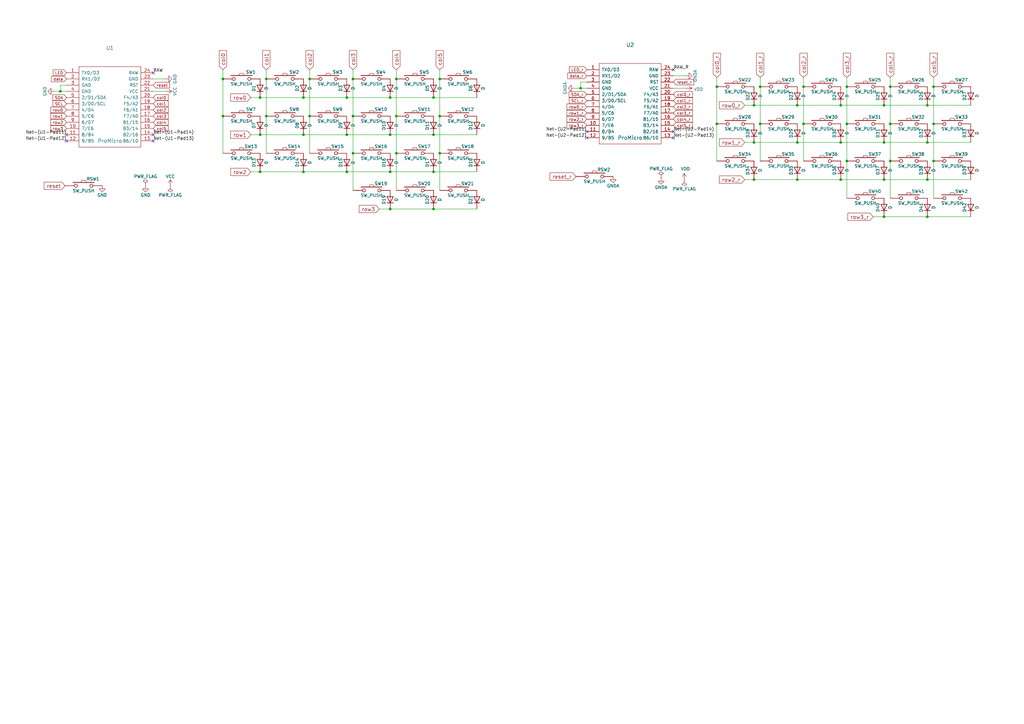
<source format=kicad_sch>
(kicad_sch (version 20211123) (generator eeschema)
  (paper "A3")
  (title_block (title "Corne Cherry") (date "2020-09-28") (rev "3.0.1") (company "foostan"))
  (lib_symbols
    (symbol "Device:D" (pin_numbers hide) (pin_names (offset 1.016) hide)
      (property "Reference" "D" (at 0 2.54 0))
      (property "Value" "D" (at 0 -2.54 0))
      (symbol "D_0_1"
        (polyline (pts (xy -1.27 1.27) (xy -1.27 -1.27)) (stroke (width 0.254)))
        (polyline (pts (xy 1.27 0) (xy -1.27 0)))
        (polyline (pts (xy 1.27 1.27) (xy 1.27 -1.27) (xy -1.27 0) (xy 1.27 1.27)) (stroke (width 0.254)))
      )
      (symbol "D_1_1"
        (pin passive line (at -3.81 0 0) (length 2.54) (name "K") (number "1"))
        (pin passive line (at 3.81 0 180) (length 2.54) (name "A") (number "2"))
      )
    )
    (symbol "kbd:ProMicro" (pin_names (offset 1.016))
      (property "Reference" "U" (at 0 19.05 0))
      (property "Value" "ProMicro" (at 0 -19.05 0))
      (symbol "ProMicro_0_1"
        (rectangle (start -12.7 16.51) (end 12.7 -16.51))
      )
      (symbol "ProMicro_1_1"
        (pin bidirectional line (at -17.78 13.97 0) (length 5.08) (name "TX0/D3") (number "1"))
        (pin bidirectional line (at -17.78 -8.89 0) (length 5.08) (name "7/E6") (number "10"))
        (pin bidirectional line (at -17.78 -11.43 0) (length 5.08) (name "8/B4") (number "11"))
        (pin bidirectional line (at -17.78 -13.97 0) (length 5.08) (name "9/B5") (number "12"))
        (pin bidirectional line (at 17.78 -13.97 180) (length 5.08) (name "B6/10") (number "13"))
        (pin bidirectional line (at 17.78 -11.43 180) (length 5.08) (name "B2/16") (number "14"))
        (pin bidirectional line (at 17.78 -8.89 180) (length 5.08) (name "B3/14") (number "15"))
        (pin bidirectional line (at 17.78 -6.35 180) (length 5.08) (name "B1/15") (number "16"))
        (pin bidirectional line (at 17.78 -3.81 180) (length 5.08) (name "F7/A0") (number "17"))
        (pin bidirectional line (at 17.78 -1.27 180) (length 5.08) (name "F6/A1") (number "18"))
        (pin bidirectional line (at 17.78 1.27 180) (length 5.08) (name "F5/A2") (number "19"))
        (pin bidirectional line (at -17.78 11.43 0) (length 5.08) (name "RX1/D2") (number "2"))
        (pin bidirectional line (at 17.78 3.81 180) (length 5.08) (name "F4/A3") (number "20"))
        (pin power_in line (at 17.78 6.35 180) (length 5.08) (name "VCC") (number "21"))
        (pin input line (at 17.78 8.89 180) (length 5.08) (name "RST") (number "22"))
        (pin power_in line (at 17.78 11.43 180) (length 5.08) (name "GND") (number "23"))
        (pin power_out line (at 17.78 13.97 180) (length 5.08) (name "RAW") (number "24"))
        (pin power_in line (at -17.78 8.89 0) (length 5.08) (name "GND") (number "3"))
        (pin power_in line (at -17.78 6.35 0) (length 5.08) (name "GND") (number "4"))
        (pin bidirectional line (at -17.78 3.81 0) (length 5.08) (name "2/D1/SDA") (number "5"))
        (pin bidirectional line (at -17.78 1.27 0) (length 5.08) (name "3/D0/SCL") (number "6"))
        (pin bidirectional line (at -17.78 -1.27 0) (length 5.08) (name "4/D4") (number "7"))
        (pin bidirectional line (at -17.78 -3.81 0) (length 5.08) (name "5/C6") (number "8"))
        (pin bidirectional line (at -17.78 -6.35 0) (length 5.08) (name "6/D7") (number "9"))
      )
    )
    (symbol "kbd:SW_PUSH" (pin_numbers hide) (pin_names (offset 1.016) hide)
      (property "Reference" "SW" (at 3.81 2.794 0))
      (property "Value" "SW_PUSH" (at 0 -2.032 0))
      (symbol "SW_PUSH_0_1"
        (rectangle (start -4.318 1.27) (end 4.318 1.524))
        (polyline (pts (xy -1.016 1.524) (xy -0.762 2.286) (xy 0.762 2.286) (xy 1.016 1.524)))
        (pin passive inverted (at -7.62 0 0) (length 5.08) (name "1") (number "1"))
        (pin passive inverted (at 7.62 0 180) (length 5.08) (name "2") (number "2"))
      )
    )
    (symbol "power:GND" (power) (pin_names (offset 0))
      (property "Value" "GND" (at 0 -3.81 0))
      (symbol "GND_0_1"
        (polyline (pts (xy 0 0) (xy 0 -1.27) (xy 1.27 -1.27) (xy 0 -2.54) (xy -1.27 -1.27) (xy 0 -1.27)))
      )
      (symbol "GND_1_1"
        (pin power_in line (at 0 0 270) (length 0) hide (name "GND") (number "1"))
      )
    )
    (symbol "power:GNDA" (power) (pin_names (offset 0))
      (property "Value" "GNDA" (at 0 -3.81 0))
      (symbol "GNDA_0_1"
        (polyline (pts (xy 0 0) (xy 0 -1.27) (xy 1.27 -1.27) (xy 0 -2.54) (xy -1.27 -1.27) (xy 0 -1.27)))
      )
      (symbol "GNDA_1_1"
        (pin power_in line (at 0 0 270) (length 0) hide (name "GNDA") (number "1"))
      )
    )
    (symbol "power:PWR_FLAG" (power) (pin_numbers hide) (pin_names (offset 0) hide)
      (property "Value" "PWR_FLAG" (at 0 3.81 0))
      (symbol "PWR_FLAG_0_0"
        (pin power_out line (at 0 0 90) (length 0) (name "pwr") (number "1"))
      )
      (symbol "PWR_FLAG_0_1"
        (polyline (pts (xy 0 0) (xy 0 1.27) (xy -1.016 1.905) (xy 0 2.54) (xy 1.016 1.905) (xy 0 1.27)))
      )
    )
    (symbol "power:VCC" (power) (pin_names (offset 0))
      (property "Value" "VCC" (at 0 3.81 0))
      (symbol "VCC_0_1"
        (polyline (pts (xy -0.762 1.27) (xy 0 2.54)))
        (polyline (pts (xy 0 0) (xy 0 2.54)))
        (polyline (pts (xy 0 2.54) (xy 0.762 1.27)))
      )
      (symbol "VCC_1_1"
        (pin power_in line (at 0 0 90) (length 0) hide (name "VCC") (number "1"))
      )
    )
    (symbol "power:VDD" (power) (pin_names (offset 0))
      (property "Value" "VDD" (at 0 3.81 0))
      (symbol "VDD_0_1"
        (polyline (pts (xy -0.762 1.27) (xy 0 2.54)))
        (polyline (pts (xy 0 0) (xy 0 2.54)))
        (polyline (pts (xy 0 2.54) (xy 0.762 1.27)))
      )
      (symbol "VDD_1_1"
        (pin power_in line (at 0 0 90) (length 0) hide (name "VDD") (number "1"))
      )
    )
  )
  (junction (at 160.02 70.485))
  (junction (at 91.44 32.385))
  (junction (at 162.56 62.865))
  (junction (at 238.125 36.195))
  (junction (at 344.805 43.18))
  (junction (at 180.34 47.625))
  (junction (at 124.46 55.245))
  (junction (at 382.905 66.04))
  (junction (at 327.025 58.42))
  (junction (at 177.8 55.245))
  (junction (at 91.44 47.625))
  (junction (at 329.565 35.56))
  (junction (at 382.905 35.56))
  (junction (at 124.46 70.485))
  (junction (at 109.22 32.385))
  (junction (at 365.125 35.56))
  (junction (at 309.245 43.18))
  (junction (at 309.245 58.42))
  (junction (at 160.02 40.005))
  (junction (at 365.125 50.8))
  (junction (at 347.345 35.56))
  (junction (at 327.025 73.66))
  (junction (at 142.24 55.245))
  (junction (at 311.785 50.8))
  (junction (at 347.345 66.04))
  (junction (at 362.585 58.42))
  (junction (at 329.565 50.8))
  (junction (at 162.56 47.625))
  (junction (at 362.585 88.9))
  (junction (at 162.56 32.385))
  (junction (at 106.68 55.245))
  (junction (at 106.68 40.005))
  (junction (at 380.365 73.66))
  (junction (at 180.34 32.385))
  (junction (at 160.02 85.725))
  (junction (at 365.125 66.04))
  (junction (at 109.22 47.625))
  (junction (at 294.005 35.56))
  (junction (at 127 32.385))
  (junction (at 106.68 70.485))
  (junction (at 380.365 43.18))
  (junction (at 180.34 62.865))
  (junction (at 382.905 50.8))
  (junction (at 327.025 43.18))
  (junction (at 160.02 55.245))
  (junction (at 177.8 40.005))
  (junction (at 144.78 62.865))
  (junction (at 124.46 40.005))
  (junction (at 344.805 73.66))
  (junction (at 144.78 32.385))
  (junction (at 347.345 50.8))
  (junction (at 380.365 88.9))
  (junction (at 362.585 43.18))
  (junction (at 309.245 73.66))
  (junction (at 144.78 47.625))
  (junction (at 380.365 58.42))
  (junction (at 294.005 50.8))
  (junction (at 311.785 35.56))
  (junction (at 24.765 37.465))
  (junction (at 127 47.625))
  (junction (at 177.8 85.725))
  (junction (at 177.8 70.485))
  (junction (at 142.24 40.005))
  (junction (at 142.24 70.485))
  (junction (at 362.585 73.66))
  (junction (at 344.805 58.42))
  (no_connect (at 240.665 53.975))
  (no_connect (at 276.225 28.575))
  (no_connect (at 240.665 56.515))
  (no_connect (at 27.305 55.245))
  (no_connect (at 27.305 57.785))
  (no_connect (at 276.225 53.975))
  (no_connect (at 62.865 55.245))
  (no_connect (at 62.865 29.845))
  (no_connect (at 62.865 57.785))
  (no_connect (at 276.225 56.515))
  (wire (pts (xy 106.68 40.005) (xy 124.46 40.005)))
  (wire (pts (xy 124.46 70.485) (xy 142.24 70.485)))
  (wire (pts (xy 238.125 33.655) (xy 238.125 36.195)))
  (wire (pts (xy 294.005 35.56) (xy 294.005 50.8)))
  (wire (pts (xy 106.68 70.485) (xy 124.46 70.485)))
  (wire (pts (xy 102.87 70.485) (xy 106.68 70.485)))
  (wire (pts (xy 344.805 58.42) (xy 362.585 58.42)))
  (wire (pts (xy 362.585 88.9) (xy 380.365 88.9)))
  (wire (pts (xy 24.765 37.465) (xy 27.305 37.465)))
  (wire (pts (xy 127 28.575) (xy 127 32.385)))
  (wire (pts (xy 365.125 35.56) (xy 365.125 50.8)))
  (wire (pts (xy 344.805 73.66) (xy 362.585 73.66)))
  (wire (pts (xy 344.805 43.18) (xy 362.585 43.18)))
  (wire (pts (xy 177.8 55.245) (xy 195.58 55.245)))
  (wire (pts (xy 276.225 31.115) (xy 281.305 31.115)))
  (wire (pts (xy 91.44 28.575) (xy 91.44 32.385)))
  (wire (pts (xy 365.125 66.04) (xy 365.125 81.28)))
  (wire (pts (xy 362.585 43.18) (xy 380.365 43.18)))
  (wire (pts (xy 382.905 31.75) (xy 382.905 35.56)))
  (wire (pts (xy 327.025 43.18) (xy 344.805 43.18)))
  (wire (pts (xy 109.22 28.575) (xy 109.22 32.385)))
  (wire (pts (xy 347.345 66.04) (xy 347.345 81.28)))
  (wire (pts (xy 382.905 66.04) (xy 382.905 81.28)))
  (wire (pts (xy 162.56 62.865) (xy 162.56 78.105)))
  (wire (pts (xy 235.585 36.195) (xy 238.125 36.195)))
  (wire (pts (xy 362.585 73.66) (xy 380.365 73.66)))
  (wire (pts (xy 177.8 70.485) (xy 195.58 70.485)))
  (wire (pts (xy 142.24 70.485) (xy 160.02 70.485)))
  (wire (pts (xy 109.22 47.625) (xy 109.22 62.865)))
  (wire (pts (xy 177.8 85.725) (xy 195.58 85.725)))
  (wire (pts (xy 380.365 43.18) (xy 398.145 43.18)))
  (wire (pts (xy 329.565 35.56) (xy 329.565 50.8)))
  (wire (pts (xy 327.025 58.42) (xy 344.805 58.42)))
  (wire (pts (xy 305.435 73.66) (xy 309.245 73.66)))
  (wire (pts (xy 102.87 55.245) (xy 106.68 55.245)))
  (wire (pts (xy 62.865 32.385) (xy 67.945 32.385)))
  (wire (pts (xy 240.665 33.655) (xy 238.125 33.655)))
  (wire (pts (xy 106.68 55.245) (xy 124.46 55.245)))
  (wire (pts (xy 382.905 50.8) (xy 382.905 66.04)))
  (wire (pts (xy 109.22 32.385) (xy 109.22 47.625)))
  (wire (pts (xy 305.435 43.18) (xy 309.245 43.18)))
  (wire (pts (xy 127 32.385) (xy 127 47.625)))
  (wire (pts (xy 160.02 85.725) (xy 177.8 85.725)))
  (wire (pts (xy 294.005 50.8) (xy 294.005 66.04)))
  (wire (pts (xy 382.905 35.56) (xy 382.905 50.8)))
  (wire (pts (xy 27.305 34.925) (xy 24.765 34.925)))
  (wire (pts (xy 329.565 50.8) (xy 329.565 66.04)))
  (wire (pts (xy 91.44 32.385) (xy 91.44 47.625)))
  (wire (pts (xy 24.765 34.925) (xy 24.765 37.465)))
  (wire (pts (xy 294.005 31.75) (xy 294.005 35.56)))
  (wire (pts (xy 160.02 40.005) (xy 177.8 40.005)))
  (wire (pts (xy 180.34 28.575) (xy 180.34 32.385)))
  (wire (pts (xy 358.14 88.9) (xy 362.585 88.9)))
  (wire (pts (xy 177.8 40.005) (xy 195.58 40.005)))
  (wire (pts (xy 180.34 62.865) (xy 180.34 78.105)))
  (wire (pts (xy 144.78 47.625) (xy 144.78 62.865)))
  (wire (pts (xy 380.365 88.9) (xy 398.145 88.9)))
  (wire (pts (xy 362.585 58.42) (xy 380.365 58.42)))
  (wire (pts (xy 142.24 55.245) (xy 160.02 55.245)))
  (wire (pts (xy 160.02 55.245) (xy 177.8 55.245)))
  (wire (pts (xy 347.345 31.75) (xy 347.345 35.56)))
  (wire (pts (xy 309.245 43.18) (xy 327.025 43.18)))
  (wire (pts (xy 309.245 58.42) (xy 327.025 58.42)))
  (wire (pts (xy 162.56 47.625) (xy 162.56 62.865)))
  (wire (pts (xy 160.02 70.485) (xy 177.8 70.485)))
  (wire (pts (xy 380.365 58.42) (xy 398.145 58.42)))
  (wire (pts (xy 127 47.625) (xy 127 62.865)))
  (wire (pts (xy 276.225 36.195) (xy 281.305 36.195)))
  (wire (pts (xy 180.34 32.385) (xy 180.34 47.625)))
  (wire (pts (xy 311.785 35.56) (xy 311.785 50.8)))
  (wire (pts (xy 311.785 50.8) (xy 311.785 66.04)))
  (wire (pts (xy 124.46 40.005) (xy 142.24 40.005)))
  (wire (pts (xy 155.575 85.725) (xy 160.02 85.725)))
  (wire (pts (xy 144.78 62.865) (xy 144.78 78.105)))
  (wire (pts (xy 329.565 31.75) (xy 329.565 35.56)))
  (wire (pts (xy 124.46 55.245) (xy 142.24 55.245)))
  (wire (pts (xy 144.78 28.575) (xy 144.78 32.385)))
  (wire (pts (xy 309.245 73.66) (xy 327.025 73.66)))
  (wire (pts (xy 365.125 31.75) (xy 365.125 35.56)))
  (wire (pts (xy 162.56 28.575) (xy 162.56 32.385)))
  (wire (pts (xy 162.56 32.385) (xy 162.56 47.625)))
  (wire (pts (xy 238.125 36.195) (xy 240.665 36.195)))
  (wire (pts (xy 380.365 73.66) (xy 398.145 73.66)))
  (wire (pts (xy 311.785 31.75) (xy 311.785 35.56)))
  (wire (pts (xy 180.34 47.625) (xy 180.34 62.865)))
  (wire (pts (xy 102.87 40.005) (xy 106.68 40.005)))
  (wire (pts (xy 91.44 47.625) (xy 91.44 62.865)))
  (wire (pts (xy 305.435 58.42) (xy 309.245 58.42)))
  (wire (pts (xy 22.225 37.465) (xy 24.765 37.465)))
  (wire (pts (xy 142.24 40.005) (xy 160.02 40.005)))
  (wire (pts (xy 365.125 50.8) (xy 365.125 66.04)))
  (wire (pts (xy 327.025 73.66) (xy 344.805 73.66)))
  (wire (pts (xy 62.865 37.465) (xy 67.945 37.465)))
  (wire (pts (xy 347.345 35.56) (xy 347.345 50.8)))
  (wire (pts (xy 144.78 32.385) (xy 144.78 47.625)))
  (wire (pts (xy 347.345 50.8) (xy 347.345 66.04)))
  (label "Net-(U1-Pad12)" (at 27.305 57.785 180))
  (label "RAW_R" (at 276.225 28.575 0))
  (label "Net-(U1-Pad11)" (at 27.305 55.245 180))
  (label "Net-(U2-Pad13)" (at 276.225 56.515 0))
  (label "Net-(U2-Pad12)" (at 240.665 56.515 180))
  (label "RAW" (at 62.865 29.845 0))
  (label "Net-(U2-Pad14)" (at 276.225 53.975 0))
  (label "Net-(U1-Pad13)" (at 62.865 57.785 0))
  (label "Net-(U2-Pad11)" (at 240.665 53.975 180))
  (label "Net-(U1-Pad14)" (at 62.865 55.245 0))
  (global_label "col1_r" (shape input) (at 276.225 41.275 0) (effects (font (size 1.1938 1.1938))) (property "Intersheet References" "${INTERSHEET_REFS}" (effects hide)))
  (global_label "col4" (shape input) (at 162.56 28.575 90) (effects (font (size 1.524 1.524))) (property "Intersheet References" "${INTERSHEET_REFS}" (effects hide)))
  (global_label "col1" (shape input) (at 109.22 28.575 90) (effects (font (size 1.524 1.524))) (property "Intersheet References" "${INTERSHEET_REFS}" (effects hide)))
  (global_label "col1_r" (shape input) (at 311.785 31.75 90) (effects (font (size 1.524 1.524))) (property "Intersheet References" "${INTERSHEET_REFS}" (effects hide)))
  (global_label "row1_r" (shape input) (at 240.665 46.355 180) (effects (font (size 1.1938 1.1938))) (property "Intersheet References" "${INTERSHEET_REFS}" (effects hide)))
  (global_label "col0_r" (shape input) (at 276.225 38.735 0) (effects (font (size 1.1938 1.1938))) (property "Intersheet References" "${INTERSHEET_REFS}" (effects hide)))
  (global_label "col3_r" (shape input) (at 347.345 31.75 90) (effects (font (size 1.524 1.524))) (property "Intersheet References" "${INTERSHEET_REFS}" (effects hide)))
  (global_label "SDA" (shape input) (at 27.305 40.005 180) (effects (font (size 1.1938 1.1938))) (property "Intersheet References" "${INTERSHEET_REFS}" (effects hide)))
  (global_label "reset" (shape input) (at 26.67 76.2 180) (effects (font (size 1.524 1.524))) (property "Intersheet References" "${INTERSHEET_REFS}" (effects hide)))
  (global_label "SDA_r" (shape input) (at 240.665 38.735 180) (effects (font (size 1.1938 1.1938))) (property "Intersheet References" "${INTERSHEET_REFS}" (effects hide)))
  (global_label "reset_r" (shape input) (at 236.22 72.39 180) (effects (font (size 1.524 1.524))) (property "Intersheet References" "${INTERSHEET_REFS}" (effects hide)))
  (global_label "col5" (shape input) (at 62.865 52.705 0) (effects (font (size 1.1938 1.1938))) (property "Intersheet References" "${INTERSHEET_REFS}" (effects hide)))
  (global_label "data" (shape input) (at 27.305 32.385 180) (effects (font (size 1.1938 1.1938))) (property "Intersheet References" "${INTERSHEET_REFS}" (effects hide)))
  (global_label "row2" (shape input) (at 27.305 50.165 180) (effects (font (size 1.1938 1.1938))) (property "Intersheet References" "${INTERSHEET_REFS}" (effects hide)))
  (global_label "row1" (shape input) (at 102.87 55.245 180) (effects (font (size 1.524 1.524))) (property "Intersheet References" "${INTERSHEET_REFS}" (effects hide)))
  (global_label "col2" (shape input) (at 127 28.575 90) (effects (font (size 1.524 1.524))) (property "Intersheet References" "${INTERSHEET_REFS}" (effects hide)))
  (global_label "col4_r" (shape input) (at 276.225 48.895 0) (effects (font (size 1.1938 1.1938))) (property "Intersheet References" "${INTERSHEET_REFS}" (effects hide)))
  (global_label "col0" (shape input) (at 91.44 28.575 90) (effects (font (size 1.524 1.524))) (property "Intersheet References" "${INTERSHEET_REFS}" (effects hide)))
  (global_label "row3" (shape input) (at 155.575 85.725 180) (effects (font (size 1.524 1.524))) (property "Intersheet References" "${INTERSHEET_REFS}" (effects hide)))
  (global_label "col0_r" (shape input) (at 294.005 31.75 90) (effects (font (size 1.524 1.524))) (property "Intersheet References" "${INTERSHEET_REFS}" (effects hide)))
  (global_label "col5" (shape input) (at 180.34 28.575 90) (effects (font (size 1.524 1.524))) (property "Intersheet References" "${INTERSHEET_REFS}" (effects hide)))
  (global_label "col3" (shape input) (at 62.865 47.625 0) (effects (font (size 1.1938 1.1938))) (property "Intersheet References" "${INTERSHEET_REFS}" (effects hide)))
  (global_label "SCL_r" (shape input) (at 240.665 41.275 180) (effects (font (size 1.1938 1.1938))) (property "Intersheet References" "${INTERSHEET_REFS}" (effects hide)))
  (global_label "row0" (shape input) (at 102.87 40.005 180) (effects (font (size 1.524 1.524))) (property "Intersheet References" "${INTERSHEET_REFS}" (effects hide)))
  (global_label "row3_r" (shape input) (at 358.14 88.9 180) (effects (font (size 1.524 1.524))) (property "Intersheet References" "${INTERSHEET_REFS}" (effects hide)))
  (global_label "LED_r" (shape input) (at 240.665 28.575 180) (effects (font (size 1.1938 1.1938))) (property "Intersheet References" "${INTERSHEET_REFS}" (effects hide)))
  (global_label "data_r" (shape input) (at 240.665 31.115 180) (effects (font (size 1.1938 1.1938))) (property "Intersheet References" "${INTERSHEET_REFS}" (effects hide)))
  (global_label "reset" (shape input) (at 62.865 34.925 0) (effects (font (size 1.1938 1.1938))) (property "Intersheet References" "${INTERSHEET_REFS}" (effects hide)))
  (global_label "col1" (shape input) (at 62.865 42.545 0) (effects (font (size 1.1938 1.1938))) (property "Intersheet References" "${INTERSHEET_REFS}" (effects hide)))
  (global_label "row2_r" (shape input) (at 305.435 73.66 180) (effects (font (size 1.524 1.524))) (property "Intersheet References" "${INTERSHEET_REFS}" (effects hide)))
  (global_label "SCL" (shape input) (at 27.305 42.545 180) (effects (font (size 1.1938 1.1938))) (property "Intersheet References" "${INTERSHEET_REFS}" (effects hide)))
  (global_label "col3" (shape input) (at 144.78 28.575 90) (effects (font (size 1.524 1.524))) (property "Intersheet References" "${INTERSHEET_REFS}" (effects hide)))
  (global_label "reset_r" (shape input) (at 276.225 33.655 0) (effects (font (size 1.1938 1.1938))) (property "Intersheet References" "${INTERSHEET_REFS}" (effects hide)))
  (global_label "row2" (shape input) (at 102.87 70.485 180) (effects (font (size 1.524 1.524))) (property "Intersheet References" "${INTERSHEET_REFS}" (effects hide)))
  (global_label "row3_r" (shape input) (at 240.665 51.435 180) (effects (font (size 1.1938 1.1938))) (property "Intersheet References" "${INTERSHEET_REFS}" (effects hide)))
  (global_label "row3" (shape input) (at 27.305 52.705 180) (effects (font (size 1.1938 1.1938))) (property "Intersheet References" "${INTERSHEET_REFS}" (effects hide)))
  (global_label "LED" (shape input) (at 27.305 29.845 180) (effects (font (size 1.1938 1.1938))) (property "Intersheet References" "${INTERSHEET_REFS}" (effects hide)))
  (global_label "col3_r" (shape input) (at 276.225 46.355 0) (effects (font (size 1.1938 1.1938))) (property "Intersheet References" "${INTERSHEET_REFS}" (effects hide)))
  (global_label "col5_r" (shape input) (at 276.225 51.435 0) (effects (font (size 1.1938 1.1938))) (property "Intersheet References" "${INTERSHEET_REFS}" (effects hide)))
  (global_label "col0" (shape input) (at 62.865 40.005 0) (effects (font (size 1.1938 1.1938))) (property "Intersheet References" "${INTERSHEET_REFS}" (effects hide)))
  (global_label "row0" (shape input) (at 27.305 45.085 180) (effects (font (size 1.1938 1.1938))) (property "Intersheet References" "${INTERSHEET_REFS}" (effects hide)))
  (global_label "col2_r" (shape input) (at 276.225 43.815 0) (effects (font (size 1.1938 1.1938))) (property "Intersheet References" "${INTERSHEET_REFS}" (effects hide)))
  (global_label "col2" (shape input) (at 62.865 45.085 0) (effects (font (size 1.1938 1.1938))) (property "Intersheet References" "${INTERSHEET_REFS}" (effects hide)))
  (global_label "col2_r" (shape input) (at 329.565 31.75 90) (effects (font (size 1.524 1.524))) (property "Intersheet References" "${INTERSHEET_REFS}" (effects hide)))
  (global_label "col4" (shape input) (at 62.865 50.165 0) (effects (font (size 1.1938 1.1938))) (property "Intersheet References" "${INTERSHEET_REFS}" (effects hide)))
  (global_label "row1" (shape input) (at 27.305 47.625 180) (effects (font (size 1.1938 1.1938))) (property "Intersheet References" "${INTERSHEET_REFS}" (effects hide)))
  (global_label "col5_r" (shape input) (at 382.905 31.75 90) (effects (font (size 1.524 1.524))) (property "Intersheet References" "${INTERSHEET_REFS}" (effects hide)))
  (global_label "row0_r" (shape input) (at 240.665 43.815 180) (effects (font (size 1.1938 1.1938))) (property "Intersheet References" "${INTERSHEET_REFS}" (effects hide)))
  (global_label "row1_r" (shape input) (at 305.435 58.42 180) (effects (font (size 1.524 1.524))) (property "Intersheet References" "${INTERSHEET_REFS}" (effects hide)))
  (global_label "col4_r" (shape input) (at 365.125 31.75 90) (effects (font (size 1.524 1.524))) (property "Intersheet References" "${INTERSHEET_REFS}" (effects hide)))
  (global_label "row0_r" (shape input) (at 305.435 43.18 180) (effects (font (size 1.524 1.524))) (property "Intersheet References" "${INTERSHEET_REFS}" (effects hide)))
  (global_label "row2_r" (shape input) (at 240.665 48.895 180) (effects (font (size 1.1938 1.1938))) (property "Intersheet References" "${INTERSHEET_REFS}" (effects hide)))
  (symbol (lib_id "kbd:ProMicro") (at 45.085 43.815 0) (unit 1)
    (property "Reference" "U1" (at 45.085 19.685 0) (effects (font (size 1.524 1.524))))
    (property "Value" "ProMicro" (at 45.085 57.785 0) (effects (font (size 1.524 1.524))))
    (property "Footprint" "kbd:ProMicro_v3" (effects hide))
  )
  (symbol (lib_id "kbd:SW_PUSH") (at 116.84 32.385 0) (unit 1)
    (property "Reference" "SW2" (at 120.65 29.591 0))
    (property "Value" "SW_PUSH" (at 116.84 34.417 0))
    (property "Footprint" "kbd:ChocV1_V2_Hotswap" (effects hide))
  )
  (symbol (lib_id "Device:D") (at 124.46 36.195 90) (unit 1)
    (property "Reference" "D2" (at 121.92 36.195 0))
    (property "Value" "D" (at 127 36.195 0))
    (property "Footprint" "kbd:D3_SMD_v2" (effects hide))
  )
  (symbol (lib_id "kbd:SW_PUSH") (at 134.62 32.385 0) (unit 1)
    (property "Reference" "SW3" (at 138.43 29.591 0))
    (property "Value" "SW_PUSH" (at 134.62 34.417 0))
    (property "Footprint" "kbd:ChocV1_V2_Hotswap" (effects hide))
  )
  (symbol (lib_id "Device:D") (at 142.24 36.195 90) (unit 1)
    (property "Reference" "D3" (at 139.7 36.195 0))
    (property "Value" "D" (at 144.78 36.195 0))
    (property "Footprint" "kbd:D3_SMD_v2" (effects hide))
  )
  (symbol (lib_id "kbd:SW_PUSH") (at 152.4 32.385 0) (unit 1)
    (property "Reference" "SW4" (at 156.21 29.591 0))
    (property "Value" "SW_PUSH" (at 152.4 34.417 0))
    (property "Footprint" "kbd:ChocV1_V2_Hotswap" (effects hide))
  )
  (symbol (lib_id "kbd:SW_PUSH") (at 170.18 32.385 0) (unit 1)
    (property "Reference" "SW5" (at 173.99 29.591 0))
    (property "Value" "SW_PUSH" (at 170.18 34.417 0))
    (property "Footprint" "kbd:ChocV1_V2_Hotswap" (effects hide))
  )
  (symbol (lib_id "kbd:SW_PUSH") (at 187.96 32.385 0) (unit 1)
    (property "Reference" "SW6" (at 191.77 29.591 0))
    (property "Value" "SW_PUSH" (at 187.96 34.417 0))
    (property "Footprint" "kbd:ChocV1_V2_Hotswap" (effects hide))
  )
  (symbol (lib_id "Device:D") (at 160.02 36.195 90) (unit 1)
    (property "Reference" "D4" (at 157.48 36.195 0))
    (property "Value" "D" (at 162.56 36.195 0))
    (property "Footprint" "kbd:D3_SMD_v2" (effects hide))
  )
  (symbol (lib_id "Device:D") (at 177.8 36.195 90) (unit 1)
    (property "Reference" "D5" (at 175.26 36.195 0))
    (property "Value" "D" (at 180.34 36.195 0))
    (property "Footprint" "kbd:D3_SMD_v2" (effects hide))
  )
  (symbol (lib_id "Device:D") (at 195.58 36.195 90) (unit 1)
    (property "Reference" "D6" (at 193.04 36.195 0))
    (property "Value" "D" (at 198.12 36.195 0))
    (property "Footprint" "kbd:D3_SMD_v2" (effects hide))
  )
  (symbol (lib_id "kbd:SW_PUSH") (at 99.06 32.385 0) (unit 1)
    (property "Reference" "SW1" (at 102.87 29.591 0))
    (property "Value" "SW_PUSH" (at 99.06 34.417 0))
    (property "Footprint" "kbd:ChocV1_V2_Hotswap" (effects hide))
  )
  (symbol (lib_id "Device:D") (at 106.68 36.195 90) (unit 1)
    (property "Reference" "D1" (at 104.14 36.195 0))
    (property "Value" "D" (at 109.22 36.195 0))
    (property "Footprint" "kbd:D3_SMD_v2" (effects hide))
  )
  (symbol (lib_id "kbd:SW_PUSH") (at 116.84 47.625 0) (unit 1)
    (property "Reference" "SW8" (at 120.65 44.831 0))
    (property "Value" "SW_PUSH" (at 116.84 49.657 0))
    (property "Footprint" "kbd:ChocV1_V2_Hotswap" (effects hide))
  )
  (symbol (lib_id "Device:D") (at 124.46 51.435 90) (unit 1)
    (property "Reference" "D8" (at 121.92 51.435 0))
    (property "Value" "D" (at 127 51.435 0))
    (property "Footprint" "kbd:D3_SMD_v2" (effects hide))
  )
  (symbol (lib_id "kbd:SW_PUSH") (at 134.62 47.625 0) (unit 1)
    (property "Reference" "SW9" (at 138.43 44.831 0))
    (property "Value" "SW_PUSH" (at 134.62 49.657 0))
    (property "Footprint" "kbd:ChocV1_V2_Hotswap" (effects hide))
  )
  (symbol (lib_id "Device:D") (at 142.24 51.435 90) (unit 1)
    (property "Reference" "D9" (at 139.7 51.435 0))
    (property "Value" "D" (at 144.78 51.435 0))
    (property "Footprint" "kbd:D3_SMD_v2" (effects hide))
  )
  (symbol (lib_id "kbd:SW_PUSH") (at 152.4 47.625 0) (unit 1)
    (property "Reference" "SW10" (at 156.21 44.831 0))
    (property "Value" "SW_PUSH" (at 152.4 49.657 0))
    (property "Footprint" "kbd:ChocV1_V2_Hotswap" (effects hide))
  )
  (symbol (lib_id "kbd:SW_PUSH") (at 170.18 47.625 0) (unit 1)
    (property "Reference" "SW11" (at 173.99 44.831 0))
    (property "Value" "SW_PUSH" (at 170.18 49.657 0))
    (property "Footprint" "kbd:ChocV1_V2_Hotswap" (effects hide))
  )
  (symbol (lib_id "kbd:SW_PUSH") (at 187.96 47.625 0) (unit 1)
    (property "Reference" "SW12" (at 191.77 44.831 0))
    (property "Value" "SW_PUSH" (at 187.96 49.657 0))
    (property "Footprint" "kbd:ChocV1_V2_Hotswap" (effects hide))
  )
  (symbol (lib_id "Device:D") (at 160.02 51.435 90) (unit 1)
    (property "Reference" "D10" (at 157.48 51.435 0))
    (property "Value" "D" (at 162.56 51.435 0))
    (property "Footprint" "kbd:D3_SMD_v2" (effects hide))
  )
  (symbol (lib_id "Device:D") (at 177.8 51.435 90) (unit 1)
    (property "Reference" "D11" (at 175.26 51.435 0))
    (property "Value" "D" (at 180.34 51.435 0))
    (property "Footprint" "kbd:D3_SMD_v2" (effects hide))
  )
  (symbol (lib_id "Device:D") (at 195.58 51.435 90) (unit 1)
    (property "Reference" "D12" (at 193.04 51.435 0))
    (property "Value" "D" (at 198.12 51.435 0))
    (property "Footprint" "kbd:D3_SMD_v2" (effects hide))
  )
  (symbol (lib_id "kbd:SW_PUSH") (at 99.06 47.625 0) (unit 1)
    (property "Reference" "SW7" (at 102.87 44.831 0))
    (property "Value" "SW_PUSH" (at 99.06 49.657 0))
    (property "Footprint" "kbd:ChocV1_V2_Hotswap" (effects hide))
  )
  (symbol (lib_id "Device:D") (at 106.68 51.435 90) (unit 1)
    (property "Reference" "D7" (at 104.14 51.435 0))
    (property "Value" "D" (at 109.22 51.435 0))
    (property "Footprint" "kbd:D3_SMD_v2" (effects hide))
  )
  (symbol (lib_id "kbd:SW_PUSH") (at 116.84 62.865 0) (unit 1)
    (property "Reference" "SW14" (at 120.65 60.071 0))
    (property "Value" "SW_PUSH" (at 116.84 64.897 0))
    (property "Footprint" "kbd:ChocV1_V2_Hotswap" (effects hide))
  )
  (symbol (lib_id "Device:D") (at 124.46 66.675 90) (unit 1)
    (property "Reference" "D14" (at 121.92 66.675 0))
    (property "Value" "D" (at 127 66.675 0))
    (property "Footprint" "kbd:D3_SMD_v2" (effects hide))
  )
  (symbol (lib_id "kbd:SW_PUSH") (at 134.62 62.865 0) (unit 1)
    (property "Reference" "SW15" (at 138.43 60.071 0))
    (property "Value" "SW_PUSH" (at 134.62 64.897 0))
    (property "Footprint" "kbd:ChocV1_V2_Hotswap" (effects hide))
  )
  (symbol (lib_id "Device:D") (at 142.24 66.675 90) (unit 1)
    (property "Reference" "D15" (at 139.7 66.675 0))
    (property "Value" "D" (at 144.78 66.675 0))
    (property "Footprint" "kbd:D3_SMD_v2" (effects hide))
  )
  (symbol (lib_id "kbd:SW_PUSH") (at 152.4 62.865 0) (unit 1)
    (property "Reference" "SW16" (at 156.21 60.071 0))
    (property "Value" "SW_PUSH" (at 152.4 64.897 0))
    (property "Footprint" "kbd:ChocV1_V2_Hotswap" (effects hide))
  )
  (symbol (lib_id "kbd:SW_PUSH") (at 170.18 62.865 0) (unit 1)
    (property "Reference" "SW17" (at 173.99 60.071 0))
    (property "Value" "SW_PUSH" (at 170.18 64.897 0))
    (property "Footprint" "kbd:ChocV1_V2_Hotswap" (effects hide))
  )
  (symbol (lib_id "kbd:SW_PUSH") (at 187.96 62.865 0) (unit 1)
    (property "Reference" "SW18" (at 191.77 60.071 0))
    (property "Value" "SW_PUSH" (at 187.96 64.897 0))
    (property "Footprint" "kbd:ChocV1_V2_Hotswap" (effects hide))
  )
  (symbol (lib_id "Device:D") (at 160.02 66.675 90) (unit 1)
    (property "Reference" "D16" (at 157.48 66.675 0))
    (property "Value" "D" (at 162.56 66.675 0))
    (property "Footprint" "kbd:D3_SMD_v2" (effects hide))
  )
  (symbol (lib_id "Device:D") (at 177.8 66.675 90) (unit 1)
    (property "Reference" "D17" (at 175.26 66.675 0))
    (property "Value" "D" (at 180.34 66.675 0))
    (property "Footprint" "kbd:D3_SMD_v2" (effects hide))
  )
  (symbol (lib_id "Device:D") (at 195.58 66.675 90) (unit 1)
    (property "Reference" "D18" (at 193.04 66.675 0))
    (property "Value" "D" (at 198.12 66.675 0))
    (property "Footprint" "kbd:D3_SMD_v2" (effects hide))
  )
  (symbol (lib_id "kbd:SW_PUSH") (at 99.06 62.865 0) (unit 1)
    (property "Reference" "SW13" (at 102.87 60.071 0))
    (property "Value" "SW_PUSH" (at 99.06 64.897 0))
    (property "Footprint" "kbd:ChocV1_V2_Hotswap" (effects hide))
  )
  (symbol (lib_id "Device:D") (at 106.68 66.675 90) (unit 1)
    (property "Reference" "D13" (at 104.14 66.675 0))
    (property "Value" "D" (at 109.22 66.675 0))
    (property "Footprint" "kbd:D3_SMD_v2" (effects hide))
  )
  (symbol (lib_id "kbd:SW_PUSH") (at 170.18 78.105 0) (unit 1)
    (property "Reference" "SW20" (at 173.99 75.311 0))
    (property "Value" "SW_PUSH" (at 170.18 80.137 0))
    (property "Footprint" "kbd:ChocV1_V2_Hotswap" (effects hide))
  )
  (symbol (lib_id "Device:D") (at 177.8 81.915 90) (unit 1)
    (property "Reference" "D20" (at 175.26 81.915 0))
    (property "Value" "D" (at 180.34 81.915 0))
    (property "Footprint" "kbd:D3_SMD_v2" (effects hide))
  )
  (symbol (lib_id "kbd:SW_PUSH") (at 187.96 78.105 0) (unit 1)
    (property "Reference" "SW21" (at 191.77 75.311 0))
    (property "Value" "SW_PUSH" (at 187.96 80.137 0))
    (property "Footprint" "kbd:ChocV1_V2_Hotswap_1.5u" (effects hide))
  )
  (symbol (lib_id "Device:D") (at 195.58 81.915 90) (unit 1)
    (property "Reference" "D21" (at 193.04 81.915 0))
    (property "Value" "D" (at 198.12 81.915 0))
    (property "Footprint" "kbd:D3_SMD_v2" (effects hide))
  )
  (symbol (lib_id "kbd:SW_PUSH") (at 152.4 78.105 0) (unit 1)
    (property "Reference" "SW19" (at 156.21 75.311 0))
    (property "Value" "SW_PUSH" (at 152.4 80.137 0))
    (property "Footprint" "kbd:ChocV1_V2_Hotswap" (effects hide))
  )
  (symbol (lib_id "Device:D") (at 160.02 81.915 90) (unit 1)
    (property "Reference" "D19" (at 157.48 81.915 0))
    (property "Value" "D" (at 162.56 81.915 0))
    (property "Footprint" "kbd:D3_SMD_v2" (effects hide))
  )
  (symbol (lib_id "power:GND") (at 67.945 32.385 90) (unit 1)
    (property "Reference" "#PWR07" (effects hide))
    (property "Value" "GND" (at 71.755 32.385 0))
  )
  (symbol (lib_id "power:VCC") (at 67.945 37.465 270) (unit 1)
    (property "Reference" "#PWR09" (effects hide))
    (property "Value" "VCC" (at 71.755 37.465 0))
  )
  (symbol (lib_id "power:GND") (at 22.225 37.465 270) (unit 1)
    (property "Reference" "#PWR08" (effects hide))
    (property "Value" "GND" (at 18.415 37.465 0))
  )
  (symbol (lib_id "power:GND") (at 59.69 76.2 0) (unit 1)
    (property "Reference" "#PWR04" (effects hide))
    (property "Value" "GND" (at 59.69 80.01 0))
  )
  (symbol (lib_id "power:VCC") (at 69.85 76.2 0) (unit 1)
    (property "Reference" "#PWR05" (effects hide))
    (property "Value" "VCC" (at 69.85 72.39 0))
  )
  (symbol (lib_id "power:PWR_FLAG") (at 69.85 76.2 180) (unit 1)
    (property "Reference" "#FLG02" (effects hide))
    (property "Value" "PWR_FLAG" (at 69.85 80.01 0))
  )
  (symbol (lib_id "power:PWR_FLAG") (at 59.69 76.2 0) (unit 1)
    (property "Reference" "#FLG01" (effects hide))
    (property "Value" "PWR_FLAG" (at 59.69 72.39 0))
  )
  (symbol (lib_id "kbd:SW_PUSH") (at 34.29 76.2 0) (unit 1)
    (property "Reference" "RSW1" (at 38.1 73.406 0))
    (property "Value" "SW_PUSH" (at 34.29 78.232 0))
    (property "Footprint" "kbd:ResetSW_1side" (effects hide))
  )
  (symbol (lib_id "power:GND") (at 41.91 76.2 0) (unit 1)
    (property "Reference" "#PWR06" (effects hide))
    (property "Value" "GND" (at 41.91 80.01 0))
  )
  (symbol (lib_id "kbd:ProMicro") (at 258.445 42.545 0) (unit 1)
    (property "Reference" "U2" (at 258.445 18.415 0) (effects (font (size 1.524 1.524))))
    (property "Value" "ProMicro" (at 258.445 56.515 0) (effects (font (size 1.524 1.524))))
    (property "Footprint" "kbd:ProMicro_v3" (effects hide))
  )
  (symbol (lib_id "kbd:SW_PUSH") (at 319.405 35.56 0) (unit 1)
    (property "Reference" "SW23" (at 323.215 32.766 0))
    (property "Value" "SW_PUSH" (at 319.405 37.592 0))
    (property "Footprint" "kbd:ChocV1_V2_Hotswap" (effects hide))
  )
  (symbol (lib_id "Device:D") (at 327.025 39.37 90) (unit 1)
    (property "Reference" "D23" (at 324.485 39.37 0))
    (property "Value" "D" (at 329.565 39.37 0))
    (property "Footprint" "kbd:D3_SMD_v2" (effects hide))
  )
  (symbol (lib_id "kbd:SW_PUSH") (at 337.185 35.56 0) (unit 1)
    (property "Reference" "SW24" (at 340.995 32.766 0))
    (property "Value" "SW_PUSH" (at 337.185 37.592 0))
    (property "Footprint" "kbd:ChocV1_V2_Hotswap" (effects hide))
  )
  (symbol (lib_id "Device:D") (at 344.805 39.37 90) (unit 1)
    (property "Reference" "D24" (at 342.265 39.37 0))
    (property "Value" "D" (at 347.345 39.37 0))
    (property "Footprint" "kbd:D3_SMD_v2" (effects hide))
  )
  (symbol (lib_id "kbd:SW_PUSH") (at 354.965 35.56 0) (unit 1)
    (property "Reference" "SW25" (at 358.775 32.766 0))
    (property "Value" "SW_PUSH" (at 354.965 37.592 0))
    (property "Footprint" "kbd:ChocV1_V2_Hotswap" (effects hide))
  )
  (symbol (lib_id "kbd:SW_PUSH") (at 372.745 35.56 0) (unit 1)
    (property "Reference" "SW26" (at 376.555 32.766 0))
    (property "Value" "SW_PUSH" (at 372.745 37.592 0))
    (property "Footprint" "kbd:ChocV1_V2_Hotswap" (effects hide))
  )
  (symbol (lib_id "kbd:SW_PUSH") (at 390.525 35.56 0) (unit 1)
    (property "Reference" "SW27" (at 394.335 32.766 0))
    (property "Value" "SW_PUSH" (at 390.525 37.592 0))
    (property "Footprint" "kbd:ChocV1_V2_Hotswap" (effects hide))
  )
  (symbol (lib_id "Device:D") (at 362.585 39.37 90) (unit 1)
    (property "Reference" "D25" (at 360.045 39.37 0))
    (property "Value" "D" (at 365.125 39.37 0))
    (property "Footprint" "kbd:D3_SMD_v2" (effects hide))
  )
  (symbol (lib_id "Device:D") (at 380.365 39.37 90) (unit 1)
    (property "Reference" "D26" (at 377.825 39.37 0))
    (property "Value" "D" (at 382.905 39.37 0))
    (property "Footprint" "kbd:D3_SMD_v2" (effects hide))
  )
  (symbol (lib_id "Device:D") (at 398.145 39.37 90) (unit 1)
    (property "Reference" "D27" (at 395.605 39.37 0))
    (property "Value" "D" (at 400.685 39.37 0))
    (property "Footprint" "kbd:D3_SMD_v2" (effects hide))
  )
  (symbol (lib_id "kbd:SW_PUSH") (at 301.625 35.56 0) (unit 1)
    (property "Reference" "SW22" (at 305.435 32.766 0))
    (property "Value" "SW_PUSH" (at 301.625 37.592 0))
    (property "Footprint" "kbd:ChocV1_V2_Hotswap" (effects hide))
  )
  (symbol (lib_id "Device:D") (at 309.245 39.37 90) (unit 1)
    (property "Reference" "D22" (at 306.705 39.37 0))
    (property "Value" "D" (at 311.785 39.37 0))
    (property "Footprint" "kbd:D3_SMD_v2" (effects hide))
  )
  (symbol (lib_id "kbd:SW_PUSH") (at 319.405 50.8 0) (unit 1)
    (property "Reference" "SW29" (at 323.215 48.006 0))
    (property "Value" "SW_PUSH" (at 319.405 52.832 0))
    (property "Footprint" "kbd:ChocV1_V2_Hotswap" (effects hide))
  )
  (symbol (lib_id "Device:D") (at 327.025 54.61 90) (unit 1)
    (property "Reference" "D29" (at 324.485 54.61 0))
    (property "Value" "D" (at 329.565 54.61 0))
    (property "Footprint" "kbd:D3_SMD_v2" (effects hide))
  )
  (symbol (lib_id "kbd:SW_PUSH") (at 337.185 50.8 0) (unit 1)
    (property "Reference" "SW30" (at 340.995 48.006 0))
    (property "Value" "SW_PUSH" (at 337.185 52.832 0))
    (property "Footprint" "kbd:ChocV1_V2_Hotswap" (effects hide))
  )
  (symbol (lib_id "Device:D") (at 344.805 54.61 90) (unit 1)
    (property "Reference" "D30" (at 342.265 54.61 0))
    (property "Value" "D" (at 347.345 54.61 0))
    (property "Footprint" "kbd:D3_SMD_v2" (effects hide))
  )
  (symbol (lib_id "kbd:SW_PUSH") (at 354.965 50.8 0) (unit 1)
    (property "Reference" "SW31" (at 358.775 48.006 0))
    (property "Value" "SW_PUSH" (at 354.965 52.832 0))
    (property "Footprint" "kbd:ChocV1_V2_Hotswap" (effects hide))
  )
  (symbol (lib_id "kbd:SW_PUSH") (at 372.745 50.8 0) (unit 1)
    (property "Reference" "SW32" (at 376.555 48.006 0))
    (property "Value" "SW_PUSH" (at 372.745 52.832 0))
    (property "Footprint" "kbd:ChocV1_V2_Hotswap" (effects hide))
  )
  (symbol (lib_id "kbd:SW_PUSH") (at 390.525 50.8 0) (unit 1)
    (property "Reference" "SW33" (at 394.335 48.006 0))
    (property "Value" "SW_PUSH" (at 390.525 52.832 0))
    (property "Footprint" "kbd:ChocV1_V2_Hotswap" (effects hide))
  )
  (symbol (lib_id "Device:D") (at 362.585 54.61 90) (unit 1)
    (property "Reference" "D31" (at 360.045 54.61 0))
    (property "Value" "D" (at 365.125 54.61 0))
    (property "Footprint" "kbd:D3_SMD_v2" (effects hide))
  )
  (symbol (lib_id "Device:D") (at 380.365 54.61 90) (unit 1)
    (property "Reference" "D32" (at 377.825 54.61 0))
    (property "Value" "D" (at 382.905 54.61 0))
    (property "Footprint" "kbd:D3_SMD_v2" (effects hide))
  )
  (symbol (lib_id "Device:D") (at 398.145 54.61 90) (unit 1)
    (property "Reference" "D33" (at 395.605 54.61 0))
    (property "Value" "D" (at 400.685 54.61 0))
    (property "Footprint" "kbd:D3_SMD_v2" (effects hide))
  )
  (symbol (lib_id "kbd:SW_PUSH") (at 301.625 50.8 0) (unit 1)
    (property "Reference" "SW28" (at 305.435 48.006 0))
    (property "Value" "SW_PUSH" (at 301.625 52.832 0))
    (property "Footprint" "kbd:ChocV1_V2_Hotswap" (effects hide))
  )
  (symbol (lib_id "Device:D") (at 309.245 54.61 90) (unit 1)
    (property "Reference" "D28" (at 306.705 54.61 0))
    (property "Value" "D" (at 311.785 54.61 0))
    (property "Footprint" "kbd:D3_SMD_v2" (effects hide))
  )
  (symbol (lib_id "kbd:SW_PUSH") (at 319.405 66.04 0) (unit 1)
    (property "Reference" "SW35" (at 323.215 63.246 0))
    (property "Value" "SW_PUSH" (at 319.405 68.072 0))
    (property "Footprint" "kbd:ChocV1_V2_Hotswap" (effects hide))
  )
  (symbol (lib_id "Device:D") (at 327.025 69.85 90) (unit 1)
    (property "Reference" "D35" (at 324.485 69.85 0))
    (property "Value" "D" (at 329.565 69.85 0))
    (property "Footprint" "kbd:D3_SMD_v2" (effects hide))
  )
  (symbol (lib_id "kbd:SW_PUSH") (at 337.185 66.04 0) (unit 1)
    (property "Reference" "SW36" (at 340.995 63.246 0))
    (property "Value" "SW_PUSH" (at 337.185 68.072 0))
    (property "Footprint" "kbd:ChocV1_V2_Hotswap" (effects hide))
  )
  (symbol (lib_id "Device:D") (at 344.805 69.85 90) (unit 1)
    (property "Reference" "D36" (at 342.265 69.85 0))
    (property "Value" "D" (at 347.345 69.85 0))
    (property "Footprint" "kbd:D3_SMD_v2" (effects hide))
  )
  (symbol (lib_id "kbd:SW_PUSH") (at 354.965 66.04 0) (unit 1)
    (property "Reference" "SW37" (at 358.775 63.246 0))
    (property "Value" "SW_PUSH" (at 354.965 68.072 0))
    (property "Footprint" "kbd:ChocV1_V2_Hotswap" (effects hide))
  )
  (symbol (lib_id "kbd:SW_PUSH") (at 372.745 66.04 0) (unit 1)
    (property "Reference" "SW38" (at 376.555 63.246 0))
    (property "Value" "SW_PUSH" (at 372.745 68.072 0))
    (property "Footprint" "kbd:ChocV1_V2_Hotswap" (effects hide))
  )
  (symbol (lib_id "kbd:SW_PUSH") (at 390.525 66.04 0) (unit 1)
    (property "Reference" "SW39" (at 394.335 63.246 0))
    (property "Value" "SW_PUSH" (at 390.525 68.072 0))
    (property "Footprint" "kbd:ChocV1_V2_Hotswap" (effects hide))
  )
  (symbol (lib_id "Device:D") (at 362.585 69.85 90) (unit 1)
    (property "Reference" "D37" (at 360.045 69.85 0))
    (property "Value" "D" (at 365.125 69.85 0))
    (property "Footprint" "kbd:D3_SMD_v2" (effects hide))
  )
  (symbol (lib_id "Device:D") (at 380.365 69.85 90) (unit 1)
    (property "Reference" "D38" (at 377.825 69.85 0))
    (property "Value" "D" (at 382.905 69.85 0))
    (property "Footprint" "kbd:D3_SMD_v2" (effects hide))
  )
  (symbol (lib_id "Device:D") (at 398.145 69.85 90) (unit 1)
    (property "Reference" "D39" (at 395.605 69.85 0))
    (property "Value" "D" (at 400.685 69.85 0))
    (property "Footprint" "kbd:D3_SMD_v2" (effects hide))
  )
  (symbol (lib_id "kbd:SW_PUSH") (at 301.625 66.04 0) (unit 1)
    (property "Reference" "SW34" (at 305.435 63.246 0))
    (property "Value" "SW_PUSH" (at 301.625 68.072 0))
    (property "Footprint" "kbd:ChocV1_V2_Hotswap" (effects hide))
  )
  (symbol (lib_id "Device:D") (at 309.245 69.85 90) (unit 1)
    (property "Reference" "D34" (at 306.705 69.85 0))
    (property "Value" "D" (at 311.785 69.85 0))
    (property "Footprint" "kbd:D3_SMD_v2" (effects hide))
  )
  (symbol (lib_id "kbd:SW_PUSH") (at 372.745 81.28 0) (unit 1)
    (property "Reference" "SW41" (at 376.555 78.486 0))
    (property "Value" "SW_PUSH" (at 372.745 83.312 0))
    (property "Footprint" "kbd:ChocV1_V2_Hotswap" (effects hide))
  )
  (symbol (lib_id "Device:D") (at 380.365 85.09 90) (unit 1)
    (property "Reference" "D41" (at 377.825 85.09 0))
    (property "Value" "D" (at 382.905 85.09 0))
    (property "Footprint" "kbd:D3_SMD_v2" (effects hide))
  )
  (symbol (lib_id "kbd:SW_PUSH") (at 390.525 81.28 0) (unit 1)
    (property "Reference" "SW42" (at 394.335 78.486 0))
    (property "Value" "SW_PUSH" (at 390.525 83.312 0))
    (property "Footprint" "kbd:ChocV1_V2_Hotswap_1.5u" (effects hide))
  )
  (symbol (lib_id "Device:D") (at 398.145 85.09 90) (unit 1)
    (property "Reference" "D42" (at 395.605 85.09 0))
    (property "Value" "D" (at 400.685 85.09 0))
    (property "Footprint" "kbd:D3_SMD_v2" (effects hide))
  )
  (symbol (lib_id "kbd:SW_PUSH") (at 354.965 81.28 0) (unit 1)
    (property "Reference" "SW40" (at 358.775 78.486 0))
    (property "Value" "SW_PUSH" (at 354.965 83.312 0))
    (property "Footprint" "kbd:ChocV1_V2_Hotswap" (effects hide))
  )
  (symbol (lib_id "Device:D") (at 362.585 85.09 90) (unit 1)
    (property "Reference" "D40" (at 360.045 85.09 0))
    (property "Value" "D" (at 365.125 85.09 0))
    (property "Footprint" "kbd:D3_SMD_v2" (effects hide))
  )
  (symbol (lib_id "power:GNDA") (at 281.305 31.115 90) (unit 1)
    (property "Reference" "#PWR017" (effects hide))
    (property "Value" "GNDA" (at 285.115 31.115 0))
  )
  (symbol (lib_id "power:GNDA") (at 235.585 36.195 270) (unit 1)
    (property "Reference" "#PWR018" (effects hide))
    (property "Value" "GNDA" (at 231.775 36.195 0))
  )
  (symbol (lib_id "kbd:SW_PUSH") (at 243.84 72.39 0) (unit 1)
    (property "Reference" "RSW2" (at 247.65 69.596 0))
    (property "Value" "SW_PUSH" (at 243.84 74.422 0))
    (property "Footprint" "kbd:ResetSW_1side" (effects hide))
  )
  (symbol (lib_id "power:GNDA") (at 251.46 72.39 0) (unit 1)
    (property "Reference" "#PWR020" (effects hide))
    (property "Value" "GNDA" (at 251.46 76.2 0))
  )
  (symbol (lib_id "power:VDD") (at 281.305 36.195 270) (unit 1)
    (property "Reference" "#PWR019" (effects hide))
    (property "Value" "VDD" (at 284.5562 36.6268 90) (effects (justify left)))
  )
  (symbol (lib_id "power:PWR_FLAG") (at 280.67 73.66 180) (unit 1)
    (property "Reference" "#FLG04" (effects hide))
    (property "Value" "PWR_FLAG" (at 280.67 77.47 0))
  )
  (symbol (lib_id "power:VDD") (at 280.67 73.66 0) (unit 1)
    (property "Reference" "#PWR016" (effects hide))
    (property "Value" "VDD" (at 281.1018 69.2658 0))
  )
  (symbol (lib_id "power:GNDA") (at 271.145 73.025 0) (unit 1)
    (property "Reference" "#PWR015" (effects hide))
    (property "Value" "GNDA" (at 271.145 76.835 0))
  )
  (symbol (lib_id "power:PWR_FLAG") (at 271.145 73.025 0) (unit 1)
    (property "Reference" "#FLG03" (effects hide))
    (property "Value" "PWR_FLAG" (at 271.145 69.215 0))
  )
)
</source>
